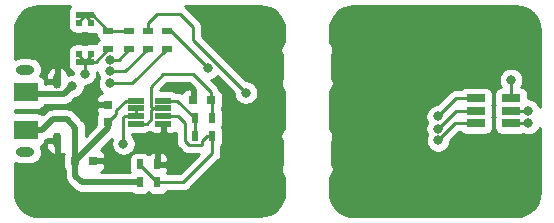
<source format=gbr>
G04 #@! TF.GenerationSoftware,KiCad,Pcbnew,(5.1.9)-1*
G04 #@! TF.CreationDate,2021-02-21T21:01:16-08:00*
G04 #@! TF.ProjectId,AnalogFaderV2,416e616c-6f67-4466-9164-657256322e6b,rev?*
G04 #@! TF.SameCoordinates,Original*
G04 #@! TF.FileFunction,Copper,L2,Bot*
G04 #@! TF.FilePolarity,Positive*
%FSLAX46Y46*%
G04 Gerber Fmt 4.6, Leading zero omitted, Abs format (unit mm)*
G04 Created by KiCad (PCBNEW (5.1.9)-1) date 2021-02-21 21:01:16*
%MOMM*%
%LPD*%
G01*
G04 APERTURE LIST*
G04 #@! TA.AperFunction,ComponentPad*
%ADD10C,3.500001*%
G04 #@! TD*
G04 #@! TA.AperFunction,SMDPad,CuDef*
%ADD11R,0.800000X0.750000*%
G04 #@! TD*
G04 #@! TA.AperFunction,SMDPad,CuDef*
%ADD12R,0.750000X0.800000*%
G04 #@! TD*
G04 #@! TA.AperFunction,SMDPad,CuDef*
%ADD13R,1.600000X0.700000*%
G04 #@! TD*
G04 #@! TA.AperFunction,SMDPad,CuDef*
%ADD14R,0.575000X0.600000*%
G04 #@! TD*
G04 #@! TA.AperFunction,SMDPad,CuDef*
%ADD15R,1.650000X0.600000*%
G04 #@! TD*
G04 #@! TA.AperFunction,SMDPad,CuDef*
%ADD16R,2.030000X1.650000*%
G04 #@! TD*
G04 #@! TA.AperFunction,ComponentPad*
%ADD17O,0.650000X1.300000*%
G04 #@! TD*
G04 #@! TA.AperFunction,ComponentPad*
%ADD18O,1.550000X0.775000*%
G04 #@! TD*
G04 #@! TA.AperFunction,SMDPad,CuDef*
%ADD19R,0.500000X0.900000*%
G04 #@! TD*
G04 #@! TA.AperFunction,SMDPad,CuDef*
%ADD20R,0.900000X0.500000*%
G04 #@! TD*
G04 #@! TA.AperFunction,SMDPad,CuDef*
%ADD21R,1.370000X0.490000*%
G04 #@! TD*
G04 #@! TA.AperFunction,ViaPad*
%ADD22C,0.800000*%
G04 #@! TD*
G04 #@! TA.AperFunction,Conductor*
%ADD23C,0.250000*%
G04 #@! TD*
G04 #@! TA.AperFunction,Conductor*
%ADD24C,0.508000*%
G04 #@! TD*
G04 #@! TA.AperFunction,Conductor*
%ADD25C,0.254000*%
G04 #@! TD*
G04 #@! TA.AperFunction,Conductor*
%ADD26C,0.100000*%
G04 #@! TD*
G04 APERTURE END LIST*
D10*
X149860000Y-59563000D03*
X149860000Y-73596500D03*
X109042200Y-73596500D03*
X109042200Y-59563000D03*
D11*
X122147200Y-65544700D03*
X123647200Y-65544700D03*
D12*
X114947700Y-65899600D03*
X114947700Y-67399600D03*
D11*
X112179100Y-70675500D03*
X113679100Y-70675500D03*
D13*
X146088100Y-67471000D03*
X146088100Y-66421000D03*
X146088100Y-65371000D03*
X149088100Y-67471000D03*
X149088100Y-66421000D03*
X149088100Y-65371000D03*
D14*
X113529400Y-61656500D03*
X112454400Y-61656500D03*
X113529400Y-58956500D03*
D15*
X112991900Y-58356500D03*
X112991900Y-62256500D03*
D14*
X112454400Y-58956500D03*
D16*
X108000800Y-68033900D03*
X108000800Y-64873900D03*
D17*
X110650000Y-63933700D03*
X110650000Y-68933700D03*
D18*
X107950000Y-62933700D03*
X107950000Y-69933700D03*
D19*
X119127400Y-72491600D03*
X117627400Y-72491600D03*
X119127400Y-70967600D03*
X117627400Y-70967600D03*
X122288300Y-68580000D03*
X123788300Y-68580000D03*
X123788300Y-67043300D03*
X122288300Y-67043300D03*
D20*
X119900700Y-61177300D03*
X119900700Y-59677300D03*
X118325900Y-59677300D03*
X118325900Y-61177300D03*
X116763800Y-61177300D03*
X116763800Y-59677300D03*
X114985800Y-59677300D03*
X114985800Y-61177300D03*
D21*
X119615600Y-66210300D03*
X119615600Y-66860300D03*
X119615600Y-67510300D03*
X119615600Y-65560300D03*
X117315600Y-66860300D03*
X117315600Y-66210300D03*
X117315600Y-65560300D03*
X117315600Y-67510300D03*
D22*
X120713500Y-71018400D03*
X115938300Y-71005700D03*
X120319800Y-64414400D03*
X125628400Y-67398900D03*
X128206500Y-69989700D03*
X128625600Y-62509400D03*
X112064800Y-65989200D03*
X142888265Y-68931965D03*
X142862300Y-67932300D03*
X142862300Y-66903600D03*
X150533100Y-67475100D03*
X150495000Y-66421000D03*
X149085300Y-63804800D03*
X111925100Y-64338200D03*
X116255800Y-69215000D03*
X123405900Y-62814200D03*
X126619000Y-64897000D03*
X112979200Y-63271400D03*
X115110862Y-64095574D03*
X115085869Y-63095884D03*
X115092502Y-62095904D03*
D23*
X119615600Y-67510300D02*
X119615600Y-68764800D01*
X120713500Y-69862700D02*
X120713500Y-71018400D01*
X119615600Y-68764800D02*
X120713500Y-69862700D01*
X118750598Y-66210300D02*
X118605599Y-66355299D01*
X119615600Y-66210300D02*
X118750598Y-66210300D01*
X118250600Y-67510300D02*
X117315600Y-67510300D01*
X118605599Y-67155301D02*
X118250600Y-67510300D01*
X118605599Y-66355299D02*
X118605599Y-67155301D01*
X118605599Y-66065301D02*
X118605599Y-64376001D01*
X118750598Y-66210300D02*
X118605599Y-66065301D01*
X118605599Y-64376001D02*
X119634000Y-63347600D01*
X119634000Y-63347600D02*
X122161300Y-63347600D01*
X123647200Y-64833500D02*
X123647200Y-65544700D01*
X122161300Y-63347600D02*
X123647200Y-64833500D01*
X123647200Y-65544700D02*
X123647200Y-65620900D01*
X123788300Y-65762000D02*
X123788300Y-67043300D01*
X123647200Y-65620900D02*
X123788300Y-65762000D01*
D24*
X108000800Y-68033900D02*
X109385100Y-68033900D01*
X109385100Y-68033900D02*
X110299500Y-67119500D01*
X110299500Y-67119500D02*
X111455200Y-67119500D01*
X112179100Y-67843400D02*
X112179100Y-70675500D01*
X111455200Y-67119500D02*
X112179100Y-67843400D01*
X112179100Y-70675500D02*
X112179100Y-71945500D01*
X112725200Y-72491600D02*
X117627400Y-72491600D01*
X112179100Y-71945500D02*
X112725200Y-72491600D01*
X114947700Y-67906900D02*
X112179100Y-70675500D01*
X114947700Y-67399600D02*
X114947700Y-67906900D01*
D23*
X116450598Y-65560300D02*
X117315600Y-65560300D01*
X115647701Y-66363197D02*
X116450598Y-65560300D01*
X115647701Y-66699599D02*
X115647701Y-66363197D01*
X114947700Y-67399600D02*
X115647701Y-66699599D01*
X144349230Y-67471000D02*
X142888265Y-68931965D01*
X146088100Y-67471000D02*
X144349230Y-67471000D01*
X142906602Y-67932300D02*
X142862300Y-67932300D01*
X144417902Y-66421000D02*
X142906602Y-67932300D01*
X146088100Y-66421000D02*
X144417902Y-66421000D01*
X144394900Y-65371000D02*
X142862300Y-66903600D01*
X146088100Y-65371000D02*
X144394900Y-65371000D01*
X149092200Y-67475100D02*
X149088100Y-67471000D01*
X150533100Y-67475100D02*
X149092200Y-67475100D01*
X150495000Y-66421000D02*
X149088100Y-66421000D01*
X149085300Y-65368200D02*
X149088100Y-65371000D01*
X149085300Y-63804800D02*
X149085300Y-65368200D01*
X108035610Y-64908710D02*
X108000800Y-64873900D01*
D24*
X111225590Y-65037710D02*
X111925100Y-64338200D01*
X108164610Y-65037710D02*
X111225590Y-65037710D01*
X108000800Y-64873900D02*
X108164610Y-65037710D01*
D23*
X117315600Y-66860300D02*
X117315600Y-66210300D01*
X116380600Y-66860300D02*
X117315600Y-66860300D01*
X116255800Y-66985100D02*
X116380600Y-66860300D01*
X116255800Y-69215000D02*
X116255800Y-66985100D01*
X120269000Y-59677300D02*
X123405900Y-62814200D01*
X119900700Y-59677300D02*
X120269000Y-59677300D01*
X118325900Y-59677300D02*
X118325900Y-59004200D01*
X118325900Y-59004200D02*
X119100600Y-58229500D01*
X119100600Y-58229500D02*
X121069100Y-58229500D01*
X121069100Y-58229500D02*
X122148600Y-59309000D01*
X122148600Y-60426600D02*
X126619000Y-64897000D01*
X122148600Y-59309000D02*
X122148600Y-60426600D01*
X113529400Y-61719000D02*
X112991900Y-62256500D01*
X113529400Y-61656500D02*
X113529400Y-61719000D01*
X112454400Y-61719000D02*
X112991900Y-62256500D01*
X112454400Y-61656500D02*
X112454400Y-61719000D01*
X113906600Y-62256500D02*
X114985800Y-61177300D01*
X112991900Y-62256500D02*
X113906600Y-62256500D01*
X112991900Y-63258700D02*
X112979200Y-63271400D01*
X112991900Y-62256500D02*
X112991900Y-63258700D01*
X117627400Y-70991600D02*
X119127400Y-72491600D01*
X117627400Y-70967600D02*
X117627400Y-70991600D01*
X123788300Y-68580000D02*
X123788300Y-70026400D01*
X121323100Y-72491600D02*
X119127400Y-72491600D01*
X123788300Y-70026400D02*
X121323100Y-72491600D01*
X123788300Y-68580000D02*
X123291600Y-68580000D01*
X121778299Y-69355001D02*
X121437400Y-69014102D01*
X122798301Y-69355001D02*
X121778299Y-69355001D01*
X122863301Y-69290001D02*
X122798301Y-69355001D01*
X122863301Y-69008299D02*
X122863301Y-69290001D01*
X123291600Y-68580000D02*
X122863301Y-69008299D01*
X121437400Y-69014102D02*
X121437400Y-67424300D01*
X120873400Y-66860300D02*
X119615600Y-66860300D01*
X121437400Y-67424300D02*
X120873400Y-66860300D01*
X122288300Y-67043300D02*
X122288300Y-68580000D01*
X120805300Y-65560300D02*
X119615600Y-65560300D01*
X122288300Y-67043300D02*
X120805300Y-65560300D01*
X116982426Y-64095574D02*
X115110862Y-64095574D01*
X119900700Y-61177300D02*
X116982426Y-64095574D01*
X116407316Y-63095884D02*
X115085869Y-63095884D01*
X118325900Y-61177300D02*
X116407316Y-63095884D01*
X115845196Y-62095904D02*
X115092502Y-62095904D01*
X116763800Y-61177300D02*
X115845196Y-62095904D01*
X113665000Y-58356500D02*
X114985800Y-59677300D01*
X112991900Y-58356500D02*
X113665000Y-58356500D01*
X113529400Y-58894000D02*
X112991900Y-58356500D01*
X113529400Y-58956500D02*
X113529400Y-58894000D01*
X112454400Y-58894000D02*
X112991900Y-58356500D01*
X112454400Y-58956500D02*
X112454400Y-58894000D01*
X114985800Y-59677300D02*
X114985800Y-59601100D01*
X114985800Y-59677300D02*
X116763800Y-59677300D01*
D25*
X149878447Y-57622486D02*
X150250462Y-57734803D01*
X150593574Y-57917239D01*
X150894724Y-58162851D01*
X151142424Y-58462269D01*
X151327255Y-58804108D01*
X151442166Y-59175326D01*
X151486001Y-59592391D01*
X151486001Y-66108901D01*
X151412205Y-65930744D01*
X151298937Y-65761226D01*
X151154774Y-65617063D01*
X150985256Y-65503795D01*
X150796898Y-65425774D01*
X150596939Y-65386000D01*
X150526172Y-65386000D01*
X150526172Y-65021000D01*
X150513912Y-64896518D01*
X150477602Y-64776820D01*
X150418637Y-64666506D01*
X150339285Y-64569815D01*
X150242594Y-64490463D01*
X150132280Y-64431498D01*
X150012582Y-64395188D01*
X149940352Y-64388074D01*
X150002505Y-64295056D01*
X150080526Y-64106698D01*
X150120300Y-63906739D01*
X150120300Y-63702861D01*
X150080526Y-63502902D01*
X150002505Y-63314544D01*
X149889237Y-63145026D01*
X149745074Y-63000863D01*
X149575556Y-62887595D01*
X149387198Y-62809574D01*
X149187239Y-62769800D01*
X148983361Y-62769800D01*
X148783402Y-62809574D01*
X148595044Y-62887595D01*
X148425526Y-63000863D01*
X148281363Y-63145026D01*
X148168095Y-63314544D01*
X148090074Y-63502902D01*
X148050300Y-63702861D01*
X148050300Y-63906739D01*
X148090074Y-64106698D01*
X148168095Y-64295056D01*
X148230593Y-64388592D01*
X148163618Y-64395188D01*
X148043920Y-64431498D01*
X147933606Y-64490463D01*
X147836915Y-64569815D01*
X147757563Y-64666506D01*
X147698598Y-64776820D01*
X147662288Y-64896518D01*
X147650028Y-65021000D01*
X147650028Y-65721000D01*
X147662288Y-65845482D01*
X147677612Y-65896000D01*
X147662288Y-65946518D01*
X147650028Y-66071000D01*
X147650028Y-66771000D01*
X147662288Y-66895482D01*
X147677612Y-66946000D01*
X147662288Y-66996518D01*
X147650028Y-67121000D01*
X147650028Y-67821000D01*
X147662288Y-67945482D01*
X147698598Y-68065180D01*
X147757563Y-68175494D01*
X147836915Y-68272185D01*
X147933606Y-68351537D01*
X148043920Y-68410502D01*
X148163618Y-68446812D01*
X148288100Y-68459072D01*
X149888100Y-68459072D01*
X150012582Y-68446812D01*
X150106012Y-68418470D01*
X150231202Y-68470326D01*
X150431161Y-68510100D01*
X150635039Y-68510100D01*
X150834998Y-68470326D01*
X151023356Y-68392305D01*
X151192874Y-68279037D01*
X151337037Y-68134874D01*
X151450305Y-67965356D01*
X151486000Y-67879180D01*
X151486000Y-73322921D01*
X151444914Y-73741946D01*
X151332597Y-74113962D01*
X151150159Y-74457076D01*
X150904549Y-74758224D01*
X150605131Y-75005924D01*
X150263294Y-75190755D01*
X149892078Y-75305666D01*
X149475018Y-75349500D01*
X135744479Y-75349500D01*
X135325454Y-75308414D01*
X134953438Y-75196097D01*
X134610324Y-75013659D01*
X134309176Y-74768049D01*
X134061476Y-74468631D01*
X133876645Y-74126794D01*
X133761734Y-73755578D01*
X133717900Y-73338518D01*
X133717900Y-72141681D01*
X133714626Y-72108439D01*
X133714626Y-72091963D01*
X133713663Y-72082798D01*
X133713455Y-72080940D01*
X133723655Y-72074124D01*
X133846924Y-71950855D01*
X133943777Y-71805905D01*
X134010490Y-71644845D01*
X134044500Y-71473865D01*
X134044500Y-71299535D01*
X134010490Y-71128555D01*
X133943777Y-70967495D01*
X133915598Y-70925322D01*
X133942900Y-70788065D01*
X133942900Y-70613735D01*
X133908890Y-70442755D01*
X133871153Y-70351650D01*
X133908890Y-70260545D01*
X133942900Y-70089565D01*
X133942900Y-69915235D01*
X133908890Y-69744255D01*
X133871153Y-69653150D01*
X133908890Y-69562045D01*
X133942900Y-69391065D01*
X133942900Y-69216735D01*
X133910738Y-69055045D01*
X133931077Y-69024605D01*
X133997790Y-68863545D01*
X134031800Y-68692565D01*
X134031800Y-68518235D01*
X133997790Y-68347255D01*
X133931077Y-68186195D01*
X133834224Y-68041245D01*
X133711235Y-67918256D01*
X133714750Y-67882405D01*
X133714750Y-67882402D01*
X133717900Y-67850419D01*
X133717900Y-66801661D01*
X141827300Y-66801661D01*
X141827300Y-67005539D01*
X141867074Y-67205498D01*
X141945095Y-67393856D01*
X141961194Y-67417950D01*
X141945095Y-67442044D01*
X141867074Y-67630402D01*
X141827300Y-67830361D01*
X141827300Y-68034239D01*
X141867074Y-68234198D01*
X141945095Y-68422556D01*
X141966021Y-68453874D01*
X141893039Y-68630067D01*
X141853265Y-68830026D01*
X141853265Y-69033904D01*
X141893039Y-69233863D01*
X141971060Y-69422221D01*
X142084328Y-69591739D01*
X142228491Y-69735902D01*
X142398009Y-69849170D01*
X142586367Y-69927191D01*
X142786326Y-69966965D01*
X142990204Y-69966965D01*
X143190163Y-69927191D01*
X143378521Y-69849170D01*
X143548039Y-69735902D01*
X143692202Y-69591739D01*
X143805470Y-69422221D01*
X143883491Y-69233863D01*
X143923265Y-69033904D01*
X143923265Y-68971766D01*
X144664032Y-68231000D01*
X144803115Y-68231000D01*
X144836915Y-68272185D01*
X144933606Y-68351537D01*
X145043920Y-68410502D01*
X145163618Y-68446812D01*
X145288100Y-68459072D01*
X146888100Y-68459072D01*
X147012582Y-68446812D01*
X147132280Y-68410502D01*
X147242594Y-68351537D01*
X147339285Y-68272185D01*
X147418637Y-68175494D01*
X147477602Y-68065180D01*
X147513912Y-67945482D01*
X147526172Y-67821000D01*
X147526172Y-67121000D01*
X147513912Y-66996518D01*
X147498588Y-66946000D01*
X147513912Y-66895482D01*
X147526172Y-66771000D01*
X147526172Y-66071000D01*
X147513912Y-65946518D01*
X147498588Y-65896000D01*
X147513912Y-65845482D01*
X147526172Y-65721000D01*
X147526172Y-65021000D01*
X147513912Y-64896518D01*
X147477602Y-64776820D01*
X147418637Y-64666506D01*
X147339285Y-64569815D01*
X147242594Y-64490463D01*
X147132280Y-64431498D01*
X147012582Y-64395188D01*
X146888100Y-64382928D01*
X145288100Y-64382928D01*
X145163618Y-64395188D01*
X145043920Y-64431498D01*
X144933606Y-64490463D01*
X144836915Y-64569815D01*
X144803115Y-64611000D01*
X144432225Y-64611000D01*
X144394900Y-64607324D01*
X144357575Y-64611000D01*
X144357567Y-64611000D01*
X144245914Y-64621997D01*
X144102653Y-64665454D01*
X143970624Y-64736026D01*
X143854899Y-64830999D01*
X143831101Y-64859997D01*
X142822499Y-65868600D01*
X142760361Y-65868600D01*
X142560402Y-65908374D01*
X142372044Y-65986395D01*
X142202526Y-66099663D01*
X142058363Y-66243826D01*
X141945095Y-66413344D01*
X141867074Y-66601702D01*
X141827300Y-66801661D01*
X133717900Y-66801661D01*
X133717900Y-64940781D01*
X133714626Y-64907539D01*
X133714626Y-64891063D01*
X133713663Y-64881898D01*
X133702853Y-64785524D01*
X133723655Y-64771624D01*
X133846924Y-64648355D01*
X133943777Y-64503405D01*
X134010490Y-64342345D01*
X134044500Y-64171365D01*
X134044500Y-63997035D01*
X134010490Y-63826055D01*
X133943777Y-63664995D01*
X133915598Y-63622822D01*
X133942900Y-63485565D01*
X133942900Y-63311235D01*
X133908890Y-63140255D01*
X133871153Y-63049150D01*
X133908890Y-62958045D01*
X133942900Y-62787065D01*
X133942900Y-62612735D01*
X133908890Y-62441755D01*
X133871153Y-62350650D01*
X133908890Y-62259545D01*
X133942900Y-62088565D01*
X133942900Y-61914235D01*
X133910738Y-61752545D01*
X133931077Y-61722105D01*
X133997790Y-61561045D01*
X134031800Y-61390065D01*
X134031800Y-61215735D01*
X133997790Y-61044755D01*
X133931077Y-60883695D01*
X133834224Y-60738745D01*
X133711235Y-60615756D01*
X133714750Y-60579905D01*
X133714750Y-60579902D01*
X133717900Y-60547919D01*
X133717900Y-59607979D01*
X133758986Y-59188953D01*
X133871303Y-58816938D01*
X134053739Y-58473826D01*
X134299351Y-58172676D01*
X134598769Y-57924976D01*
X134940608Y-57740145D01*
X135311826Y-57625234D01*
X135728882Y-57581400D01*
X149459421Y-57581400D01*
X149878447Y-57622486D01*
G04 #@! TA.AperFunction,Conductor*
D26*
G36*
X149878447Y-57622486D02*
G01*
X150250462Y-57734803D01*
X150593574Y-57917239D01*
X150894724Y-58162851D01*
X151142424Y-58462269D01*
X151327255Y-58804108D01*
X151442166Y-59175326D01*
X151486001Y-59592391D01*
X151486001Y-66108901D01*
X151412205Y-65930744D01*
X151298937Y-65761226D01*
X151154774Y-65617063D01*
X150985256Y-65503795D01*
X150796898Y-65425774D01*
X150596939Y-65386000D01*
X150526172Y-65386000D01*
X150526172Y-65021000D01*
X150513912Y-64896518D01*
X150477602Y-64776820D01*
X150418637Y-64666506D01*
X150339285Y-64569815D01*
X150242594Y-64490463D01*
X150132280Y-64431498D01*
X150012582Y-64395188D01*
X149940352Y-64388074D01*
X150002505Y-64295056D01*
X150080526Y-64106698D01*
X150120300Y-63906739D01*
X150120300Y-63702861D01*
X150080526Y-63502902D01*
X150002505Y-63314544D01*
X149889237Y-63145026D01*
X149745074Y-63000863D01*
X149575556Y-62887595D01*
X149387198Y-62809574D01*
X149187239Y-62769800D01*
X148983361Y-62769800D01*
X148783402Y-62809574D01*
X148595044Y-62887595D01*
X148425526Y-63000863D01*
X148281363Y-63145026D01*
X148168095Y-63314544D01*
X148090074Y-63502902D01*
X148050300Y-63702861D01*
X148050300Y-63906739D01*
X148090074Y-64106698D01*
X148168095Y-64295056D01*
X148230593Y-64388592D01*
X148163618Y-64395188D01*
X148043920Y-64431498D01*
X147933606Y-64490463D01*
X147836915Y-64569815D01*
X147757563Y-64666506D01*
X147698598Y-64776820D01*
X147662288Y-64896518D01*
X147650028Y-65021000D01*
X147650028Y-65721000D01*
X147662288Y-65845482D01*
X147677612Y-65896000D01*
X147662288Y-65946518D01*
X147650028Y-66071000D01*
X147650028Y-66771000D01*
X147662288Y-66895482D01*
X147677612Y-66946000D01*
X147662288Y-66996518D01*
X147650028Y-67121000D01*
X147650028Y-67821000D01*
X147662288Y-67945482D01*
X147698598Y-68065180D01*
X147757563Y-68175494D01*
X147836915Y-68272185D01*
X147933606Y-68351537D01*
X148043920Y-68410502D01*
X148163618Y-68446812D01*
X148288100Y-68459072D01*
X149888100Y-68459072D01*
X150012582Y-68446812D01*
X150106012Y-68418470D01*
X150231202Y-68470326D01*
X150431161Y-68510100D01*
X150635039Y-68510100D01*
X150834998Y-68470326D01*
X151023356Y-68392305D01*
X151192874Y-68279037D01*
X151337037Y-68134874D01*
X151450305Y-67965356D01*
X151486000Y-67879180D01*
X151486000Y-73322921D01*
X151444914Y-73741946D01*
X151332597Y-74113962D01*
X151150159Y-74457076D01*
X150904549Y-74758224D01*
X150605131Y-75005924D01*
X150263294Y-75190755D01*
X149892078Y-75305666D01*
X149475018Y-75349500D01*
X135744479Y-75349500D01*
X135325454Y-75308414D01*
X134953438Y-75196097D01*
X134610324Y-75013659D01*
X134309176Y-74768049D01*
X134061476Y-74468631D01*
X133876645Y-74126794D01*
X133761734Y-73755578D01*
X133717900Y-73338518D01*
X133717900Y-72141681D01*
X133714626Y-72108439D01*
X133714626Y-72091963D01*
X133713663Y-72082798D01*
X133713455Y-72080940D01*
X133723655Y-72074124D01*
X133846924Y-71950855D01*
X133943777Y-71805905D01*
X134010490Y-71644845D01*
X134044500Y-71473865D01*
X134044500Y-71299535D01*
X134010490Y-71128555D01*
X133943777Y-70967495D01*
X133915598Y-70925322D01*
X133942900Y-70788065D01*
X133942900Y-70613735D01*
X133908890Y-70442755D01*
X133871153Y-70351650D01*
X133908890Y-70260545D01*
X133942900Y-70089565D01*
X133942900Y-69915235D01*
X133908890Y-69744255D01*
X133871153Y-69653150D01*
X133908890Y-69562045D01*
X133942900Y-69391065D01*
X133942900Y-69216735D01*
X133910738Y-69055045D01*
X133931077Y-69024605D01*
X133997790Y-68863545D01*
X134031800Y-68692565D01*
X134031800Y-68518235D01*
X133997790Y-68347255D01*
X133931077Y-68186195D01*
X133834224Y-68041245D01*
X133711235Y-67918256D01*
X133714750Y-67882405D01*
X133714750Y-67882402D01*
X133717900Y-67850419D01*
X133717900Y-66801661D01*
X141827300Y-66801661D01*
X141827300Y-67005539D01*
X141867074Y-67205498D01*
X141945095Y-67393856D01*
X141961194Y-67417950D01*
X141945095Y-67442044D01*
X141867074Y-67630402D01*
X141827300Y-67830361D01*
X141827300Y-68034239D01*
X141867074Y-68234198D01*
X141945095Y-68422556D01*
X141966021Y-68453874D01*
X141893039Y-68630067D01*
X141853265Y-68830026D01*
X141853265Y-69033904D01*
X141893039Y-69233863D01*
X141971060Y-69422221D01*
X142084328Y-69591739D01*
X142228491Y-69735902D01*
X142398009Y-69849170D01*
X142586367Y-69927191D01*
X142786326Y-69966965D01*
X142990204Y-69966965D01*
X143190163Y-69927191D01*
X143378521Y-69849170D01*
X143548039Y-69735902D01*
X143692202Y-69591739D01*
X143805470Y-69422221D01*
X143883491Y-69233863D01*
X143923265Y-69033904D01*
X143923265Y-68971766D01*
X144664032Y-68231000D01*
X144803115Y-68231000D01*
X144836915Y-68272185D01*
X144933606Y-68351537D01*
X145043920Y-68410502D01*
X145163618Y-68446812D01*
X145288100Y-68459072D01*
X146888100Y-68459072D01*
X147012582Y-68446812D01*
X147132280Y-68410502D01*
X147242594Y-68351537D01*
X147339285Y-68272185D01*
X147418637Y-68175494D01*
X147477602Y-68065180D01*
X147513912Y-67945482D01*
X147526172Y-67821000D01*
X147526172Y-67121000D01*
X147513912Y-66996518D01*
X147498588Y-66946000D01*
X147513912Y-66895482D01*
X147526172Y-66771000D01*
X147526172Y-66071000D01*
X147513912Y-65946518D01*
X147498588Y-65896000D01*
X147513912Y-65845482D01*
X147526172Y-65721000D01*
X147526172Y-65021000D01*
X147513912Y-64896518D01*
X147477602Y-64776820D01*
X147418637Y-64666506D01*
X147339285Y-64569815D01*
X147242594Y-64490463D01*
X147132280Y-64431498D01*
X147012582Y-64395188D01*
X146888100Y-64382928D01*
X145288100Y-64382928D01*
X145163618Y-64395188D01*
X145043920Y-64431498D01*
X144933606Y-64490463D01*
X144836915Y-64569815D01*
X144803115Y-64611000D01*
X144432225Y-64611000D01*
X144394900Y-64607324D01*
X144357575Y-64611000D01*
X144357567Y-64611000D01*
X144245914Y-64621997D01*
X144102653Y-64665454D01*
X143970624Y-64736026D01*
X143854899Y-64830999D01*
X143831101Y-64859997D01*
X142822499Y-65868600D01*
X142760361Y-65868600D01*
X142560402Y-65908374D01*
X142372044Y-65986395D01*
X142202526Y-66099663D01*
X142058363Y-66243826D01*
X141945095Y-66413344D01*
X141867074Y-66601702D01*
X141827300Y-66801661D01*
X133717900Y-66801661D01*
X133717900Y-64940781D01*
X133714626Y-64907539D01*
X133714626Y-64891063D01*
X133713663Y-64881898D01*
X133702853Y-64785524D01*
X133723655Y-64771624D01*
X133846924Y-64648355D01*
X133943777Y-64503405D01*
X134010490Y-64342345D01*
X134044500Y-64171365D01*
X134044500Y-63997035D01*
X134010490Y-63826055D01*
X133943777Y-63664995D01*
X133915598Y-63622822D01*
X133942900Y-63485565D01*
X133942900Y-63311235D01*
X133908890Y-63140255D01*
X133871153Y-63049150D01*
X133908890Y-62958045D01*
X133942900Y-62787065D01*
X133942900Y-62612735D01*
X133908890Y-62441755D01*
X133871153Y-62350650D01*
X133908890Y-62259545D01*
X133942900Y-62088565D01*
X133942900Y-61914235D01*
X133910738Y-61752545D01*
X133931077Y-61722105D01*
X133997790Y-61561045D01*
X134031800Y-61390065D01*
X134031800Y-61215735D01*
X133997790Y-61044755D01*
X133931077Y-60883695D01*
X133834224Y-60738745D01*
X133711235Y-60615756D01*
X133714750Y-60579905D01*
X133714750Y-60579902D01*
X133717900Y-60547919D01*
X133717900Y-59607979D01*
X133758986Y-59188953D01*
X133871303Y-58816938D01*
X134053739Y-58473826D01*
X134299351Y-58172676D01*
X134598769Y-57924976D01*
X134940608Y-57740145D01*
X135311826Y-57625234D01*
X135728882Y-57581400D01*
X149459421Y-57581400D01*
X149878447Y-57622486D01*
G37*
G04 #@! TD.AperFunction*
D25*
X128250347Y-57609786D02*
X128622362Y-57722103D01*
X128965474Y-57904539D01*
X129266624Y-58150151D01*
X129514324Y-58449569D01*
X129699155Y-58791408D01*
X129814066Y-59162626D01*
X129857900Y-59579682D01*
X129857901Y-60547919D01*
X129861174Y-60581151D01*
X129861174Y-60597637D01*
X129862012Y-60605609D01*
X129741576Y-60726045D01*
X129644723Y-60870995D01*
X129578010Y-61032055D01*
X129544000Y-61203035D01*
X129544000Y-61377365D01*
X129578010Y-61548345D01*
X129644723Y-61709405D01*
X129672902Y-61751578D01*
X129645600Y-61888835D01*
X129645600Y-62063165D01*
X129679610Y-62234145D01*
X129717347Y-62325250D01*
X129679610Y-62416355D01*
X129645600Y-62587335D01*
X129645600Y-62761665D01*
X129679610Y-62932645D01*
X129717347Y-63023750D01*
X129679610Y-63114855D01*
X129645600Y-63285835D01*
X129645600Y-63460165D01*
X129677762Y-63621855D01*
X129657423Y-63652295D01*
X129590710Y-63813355D01*
X129556700Y-63984335D01*
X129556700Y-64158665D01*
X129590710Y-64329645D01*
X129657423Y-64490705D01*
X129754276Y-64635655D01*
X129875906Y-64757285D01*
X129861050Y-64908795D01*
X129861050Y-64908808D01*
X129857901Y-64940781D01*
X129857900Y-67850418D01*
X129861174Y-67883660D01*
X129861174Y-67900137D01*
X129862012Y-67908109D01*
X129741576Y-68028545D01*
X129644723Y-68173495D01*
X129578010Y-68334555D01*
X129544000Y-68505535D01*
X129544000Y-68679865D01*
X129578010Y-68850845D01*
X129644723Y-69011905D01*
X129672902Y-69054078D01*
X129645600Y-69191335D01*
X129645600Y-69365665D01*
X129679610Y-69536645D01*
X129717347Y-69627750D01*
X129679610Y-69718855D01*
X129645600Y-69889835D01*
X129645600Y-70064165D01*
X129679610Y-70235145D01*
X129717347Y-70326250D01*
X129679610Y-70417355D01*
X129645600Y-70588335D01*
X129645600Y-70762665D01*
X129677762Y-70924355D01*
X129657423Y-70954795D01*
X129590710Y-71115855D01*
X129556700Y-71286835D01*
X129556700Y-71461165D01*
X129590710Y-71632145D01*
X129657423Y-71793205D01*
X129754276Y-71938155D01*
X129866833Y-72050712D01*
X129861050Y-72109695D01*
X129861050Y-72109708D01*
X129857901Y-72141681D01*
X129857900Y-73310220D01*
X129816814Y-73729246D01*
X129704497Y-74101262D01*
X129522059Y-74444376D01*
X129276449Y-74745524D01*
X128977031Y-74993224D01*
X128635194Y-75178055D01*
X128263978Y-75292966D01*
X127846918Y-75336800D01*
X109074479Y-75336800D01*
X108655454Y-75295714D01*
X108283438Y-75183397D01*
X107940324Y-75000959D01*
X107639176Y-74755349D01*
X107391476Y-74455931D01*
X107206645Y-74114094D01*
X107091734Y-73742878D01*
X107047900Y-73325818D01*
X107047900Y-70818041D01*
X107169313Y-70882937D01*
X107362055Y-70941405D01*
X107512272Y-70956200D01*
X108387728Y-70956200D01*
X108537945Y-70941405D01*
X108730687Y-70882937D01*
X108908319Y-70787991D01*
X109064015Y-70660215D01*
X109191791Y-70504519D01*
X109286737Y-70326887D01*
X109345205Y-70134145D01*
X109364947Y-69933700D01*
X109345205Y-69733255D01*
X109286737Y-69540513D01*
X109240639Y-69454269D01*
X109259980Y-69448402D01*
X109370294Y-69389437D01*
X109466985Y-69310085D01*
X109546337Y-69213394D01*
X109605302Y-69103080D01*
X109618157Y-69060700D01*
X109690000Y-69060700D01*
X109690000Y-69385700D01*
X109733223Y-69570546D01*
X109811677Y-69743408D01*
X109922347Y-69897643D01*
X110060980Y-70027324D01*
X110222249Y-70127467D01*
X110375706Y-70178680D01*
X110523000Y-70049821D01*
X110523000Y-69060700D01*
X109690000Y-69060700D01*
X109618157Y-69060700D01*
X109641612Y-68983382D01*
X109651591Y-68882063D01*
X109726951Y-68859203D01*
X109825177Y-68806700D01*
X110523000Y-68806700D01*
X110523000Y-68786700D01*
X110777000Y-68786700D01*
X110777000Y-68806700D01*
X110797000Y-68806700D01*
X110797000Y-69060700D01*
X110777000Y-69060700D01*
X110777000Y-70049821D01*
X110924294Y-70178680D01*
X111077751Y-70127467D01*
X111188965Y-70058407D01*
X111153288Y-70176018D01*
X111141028Y-70300500D01*
X111141028Y-71050500D01*
X111153288Y-71174982D01*
X111189598Y-71294680D01*
X111248563Y-71404994D01*
X111290101Y-71455608D01*
X111290101Y-71901831D01*
X111285800Y-71945500D01*
X111302964Y-72119774D01*
X111353798Y-72287352D01*
X111436348Y-72441791D01*
X111519572Y-72543199D01*
X111547442Y-72577159D01*
X111581359Y-72604994D01*
X112065701Y-73089336D01*
X112093541Y-73123259D01*
X112228909Y-73234353D01*
X112383349Y-73316903D01*
X112444986Y-73335600D01*
X112550925Y-73367736D01*
X112569273Y-73369543D01*
X112681533Y-73380600D01*
X112681539Y-73380600D01*
X112725199Y-73384900D01*
X112768859Y-73380600D01*
X116916215Y-73380600D01*
X116926215Y-73392785D01*
X117022906Y-73472137D01*
X117133220Y-73531102D01*
X117252918Y-73567412D01*
X117377400Y-73579672D01*
X117877400Y-73579672D01*
X118001882Y-73567412D01*
X118121580Y-73531102D01*
X118231894Y-73472137D01*
X118328585Y-73392785D01*
X118377400Y-73333304D01*
X118426215Y-73392785D01*
X118522906Y-73472137D01*
X118633220Y-73531102D01*
X118752918Y-73567412D01*
X118877400Y-73579672D01*
X119377400Y-73579672D01*
X119501882Y-73567412D01*
X119621580Y-73531102D01*
X119731894Y-73472137D01*
X119828585Y-73392785D01*
X119907937Y-73296094D01*
X119931720Y-73251600D01*
X121285778Y-73251600D01*
X121323100Y-73255276D01*
X121360422Y-73251600D01*
X121360433Y-73251600D01*
X121472086Y-73240603D01*
X121615347Y-73197146D01*
X121747376Y-73126574D01*
X121863101Y-73031601D01*
X121886904Y-73002597D01*
X124299303Y-70590199D01*
X124328301Y-70566401D01*
X124423274Y-70450676D01*
X124493846Y-70318647D01*
X124537303Y-70175386D01*
X124548300Y-70063733D01*
X124548300Y-70063724D01*
X124551976Y-70026401D01*
X124548300Y-69989078D01*
X124548300Y-69409518D01*
X124568837Y-69384494D01*
X124627802Y-69274180D01*
X124664112Y-69154482D01*
X124676372Y-69030000D01*
X124676372Y-68130000D01*
X124664112Y-68005518D01*
X124627802Y-67885820D01*
X124588157Y-67811650D01*
X124627802Y-67737480D01*
X124664112Y-67617782D01*
X124676372Y-67493300D01*
X124676372Y-66593300D01*
X124664112Y-66468818D01*
X124627802Y-66349120D01*
X124582745Y-66264825D01*
X124636702Y-66163880D01*
X124673012Y-66044182D01*
X124685272Y-65919700D01*
X124685272Y-65169700D01*
X124673012Y-65045218D01*
X124636702Y-64925520D01*
X124577737Y-64815206D01*
X124498385Y-64718515D01*
X124401694Y-64639163D01*
X124378721Y-64626884D01*
X124352746Y-64541253D01*
X124328239Y-64495404D01*
X124282174Y-64409223D01*
X124210999Y-64322497D01*
X124187201Y-64293499D01*
X124158204Y-64269702D01*
X123699565Y-63811064D01*
X123707798Y-63809426D01*
X123896156Y-63731405D01*
X124065674Y-63618137D01*
X124165505Y-63518306D01*
X125584000Y-64936802D01*
X125584000Y-64998939D01*
X125623774Y-65198898D01*
X125701795Y-65387256D01*
X125815063Y-65556774D01*
X125959226Y-65700937D01*
X126128744Y-65814205D01*
X126317102Y-65892226D01*
X126517061Y-65932000D01*
X126720939Y-65932000D01*
X126920898Y-65892226D01*
X127109256Y-65814205D01*
X127278774Y-65700937D01*
X127422937Y-65556774D01*
X127536205Y-65387256D01*
X127614226Y-65198898D01*
X127654000Y-64998939D01*
X127654000Y-64795061D01*
X127614226Y-64595102D01*
X127536205Y-64406744D01*
X127422937Y-64237226D01*
X127278774Y-64093063D01*
X127109256Y-63979795D01*
X126920898Y-63901774D01*
X126720939Y-63862000D01*
X126658802Y-63862000D01*
X122908600Y-60111799D01*
X122908600Y-59346333D01*
X122912277Y-59309000D01*
X122897603Y-59160014D01*
X122854146Y-59016753D01*
X122783574Y-58884724D01*
X122712399Y-58797997D01*
X122688601Y-58768999D01*
X122659604Y-58745202D01*
X121632904Y-57718502D01*
X121609101Y-57689499D01*
X121493376Y-57594526D01*
X121445060Y-57568700D01*
X127831321Y-57568700D01*
X128250347Y-57609786D01*
G04 #@! TA.AperFunction,Conductor*
D26*
G36*
X128250347Y-57609786D02*
G01*
X128622362Y-57722103D01*
X128965474Y-57904539D01*
X129266624Y-58150151D01*
X129514324Y-58449569D01*
X129699155Y-58791408D01*
X129814066Y-59162626D01*
X129857900Y-59579682D01*
X129857901Y-60547919D01*
X129861174Y-60581151D01*
X129861174Y-60597637D01*
X129862012Y-60605609D01*
X129741576Y-60726045D01*
X129644723Y-60870995D01*
X129578010Y-61032055D01*
X129544000Y-61203035D01*
X129544000Y-61377365D01*
X129578010Y-61548345D01*
X129644723Y-61709405D01*
X129672902Y-61751578D01*
X129645600Y-61888835D01*
X129645600Y-62063165D01*
X129679610Y-62234145D01*
X129717347Y-62325250D01*
X129679610Y-62416355D01*
X129645600Y-62587335D01*
X129645600Y-62761665D01*
X129679610Y-62932645D01*
X129717347Y-63023750D01*
X129679610Y-63114855D01*
X129645600Y-63285835D01*
X129645600Y-63460165D01*
X129677762Y-63621855D01*
X129657423Y-63652295D01*
X129590710Y-63813355D01*
X129556700Y-63984335D01*
X129556700Y-64158665D01*
X129590710Y-64329645D01*
X129657423Y-64490705D01*
X129754276Y-64635655D01*
X129875906Y-64757285D01*
X129861050Y-64908795D01*
X129861050Y-64908808D01*
X129857901Y-64940781D01*
X129857900Y-67850418D01*
X129861174Y-67883660D01*
X129861174Y-67900137D01*
X129862012Y-67908109D01*
X129741576Y-68028545D01*
X129644723Y-68173495D01*
X129578010Y-68334555D01*
X129544000Y-68505535D01*
X129544000Y-68679865D01*
X129578010Y-68850845D01*
X129644723Y-69011905D01*
X129672902Y-69054078D01*
X129645600Y-69191335D01*
X129645600Y-69365665D01*
X129679610Y-69536645D01*
X129717347Y-69627750D01*
X129679610Y-69718855D01*
X129645600Y-69889835D01*
X129645600Y-70064165D01*
X129679610Y-70235145D01*
X129717347Y-70326250D01*
X129679610Y-70417355D01*
X129645600Y-70588335D01*
X129645600Y-70762665D01*
X129677762Y-70924355D01*
X129657423Y-70954795D01*
X129590710Y-71115855D01*
X129556700Y-71286835D01*
X129556700Y-71461165D01*
X129590710Y-71632145D01*
X129657423Y-71793205D01*
X129754276Y-71938155D01*
X129866833Y-72050712D01*
X129861050Y-72109695D01*
X129861050Y-72109708D01*
X129857901Y-72141681D01*
X129857900Y-73310220D01*
X129816814Y-73729246D01*
X129704497Y-74101262D01*
X129522059Y-74444376D01*
X129276449Y-74745524D01*
X128977031Y-74993224D01*
X128635194Y-75178055D01*
X128263978Y-75292966D01*
X127846918Y-75336800D01*
X109074479Y-75336800D01*
X108655454Y-75295714D01*
X108283438Y-75183397D01*
X107940324Y-75000959D01*
X107639176Y-74755349D01*
X107391476Y-74455931D01*
X107206645Y-74114094D01*
X107091734Y-73742878D01*
X107047900Y-73325818D01*
X107047900Y-70818041D01*
X107169313Y-70882937D01*
X107362055Y-70941405D01*
X107512272Y-70956200D01*
X108387728Y-70956200D01*
X108537945Y-70941405D01*
X108730687Y-70882937D01*
X108908319Y-70787991D01*
X109064015Y-70660215D01*
X109191791Y-70504519D01*
X109286737Y-70326887D01*
X109345205Y-70134145D01*
X109364947Y-69933700D01*
X109345205Y-69733255D01*
X109286737Y-69540513D01*
X109240639Y-69454269D01*
X109259980Y-69448402D01*
X109370294Y-69389437D01*
X109466985Y-69310085D01*
X109546337Y-69213394D01*
X109605302Y-69103080D01*
X109618157Y-69060700D01*
X109690000Y-69060700D01*
X109690000Y-69385700D01*
X109733223Y-69570546D01*
X109811677Y-69743408D01*
X109922347Y-69897643D01*
X110060980Y-70027324D01*
X110222249Y-70127467D01*
X110375706Y-70178680D01*
X110523000Y-70049821D01*
X110523000Y-69060700D01*
X109690000Y-69060700D01*
X109618157Y-69060700D01*
X109641612Y-68983382D01*
X109651591Y-68882063D01*
X109726951Y-68859203D01*
X109825177Y-68806700D01*
X110523000Y-68806700D01*
X110523000Y-68786700D01*
X110777000Y-68786700D01*
X110777000Y-68806700D01*
X110797000Y-68806700D01*
X110797000Y-69060700D01*
X110777000Y-69060700D01*
X110777000Y-70049821D01*
X110924294Y-70178680D01*
X111077751Y-70127467D01*
X111188965Y-70058407D01*
X111153288Y-70176018D01*
X111141028Y-70300500D01*
X111141028Y-71050500D01*
X111153288Y-71174982D01*
X111189598Y-71294680D01*
X111248563Y-71404994D01*
X111290101Y-71455608D01*
X111290101Y-71901831D01*
X111285800Y-71945500D01*
X111302964Y-72119774D01*
X111353798Y-72287352D01*
X111436348Y-72441791D01*
X111519572Y-72543199D01*
X111547442Y-72577159D01*
X111581359Y-72604994D01*
X112065701Y-73089336D01*
X112093541Y-73123259D01*
X112228909Y-73234353D01*
X112383349Y-73316903D01*
X112444986Y-73335600D01*
X112550925Y-73367736D01*
X112569273Y-73369543D01*
X112681533Y-73380600D01*
X112681539Y-73380600D01*
X112725199Y-73384900D01*
X112768859Y-73380600D01*
X116916215Y-73380600D01*
X116926215Y-73392785D01*
X117022906Y-73472137D01*
X117133220Y-73531102D01*
X117252918Y-73567412D01*
X117377400Y-73579672D01*
X117877400Y-73579672D01*
X118001882Y-73567412D01*
X118121580Y-73531102D01*
X118231894Y-73472137D01*
X118328585Y-73392785D01*
X118377400Y-73333304D01*
X118426215Y-73392785D01*
X118522906Y-73472137D01*
X118633220Y-73531102D01*
X118752918Y-73567412D01*
X118877400Y-73579672D01*
X119377400Y-73579672D01*
X119501882Y-73567412D01*
X119621580Y-73531102D01*
X119731894Y-73472137D01*
X119828585Y-73392785D01*
X119907937Y-73296094D01*
X119931720Y-73251600D01*
X121285778Y-73251600D01*
X121323100Y-73255276D01*
X121360422Y-73251600D01*
X121360433Y-73251600D01*
X121472086Y-73240603D01*
X121615347Y-73197146D01*
X121747376Y-73126574D01*
X121863101Y-73031601D01*
X121886904Y-73002597D01*
X124299303Y-70590199D01*
X124328301Y-70566401D01*
X124423274Y-70450676D01*
X124493846Y-70318647D01*
X124537303Y-70175386D01*
X124548300Y-70063733D01*
X124548300Y-70063724D01*
X124551976Y-70026401D01*
X124548300Y-69989078D01*
X124548300Y-69409518D01*
X124568837Y-69384494D01*
X124627802Y-69274180D01*
X124664112Y-69154482D01*
X124676372Y-69030000D01*
X124676372Y-68130000D01*
X124664112Y-68005518D01*
X124627802Y-67885820D01*
X124588157Y-67811650D01*
X124627802Y-67737480D01*
X124664112Y-67617782D01*
X124676372Y-67493300D01*
X124676372Y-66593300D01*
X124664112Y-66468818D01*
X124627802Y-66349120D01*
X124582745Y-66264825D01*
X124636702Y-66163880D01*
X124673012Y-66044182D01*
X124685272Y-65919700D01*
X124685272Y-65169700D01*
X124673012Y-65045218D01*
X124636702Y-64925520D01*
X124577737Y-64815206D01*
X124498385Y-64718515D01*
X124401694Y-64639163D01*
X124378721Y-64626884D01*
X124352746Y-64541253D01*
X124328239Y-64495404D01*
X124282174Y-64409223D01*
X124210999Y-64322497D01*
X124187201Y-64293499D01*
X124158204Y-64269702D01*
X123699565Y-63811064D01*
X123707798Y-63809426D01*
X123896156Y-63731405D01*
X124065674Y-63618137D01*
X124165505Y-63518306D01*
X125584000Y-64936802D01*
X125584000Y-64998939D01*
X125623774Y-65198898D01*
X125701795Y-65387256D01*
X125815063Y-65556774D01*
X125959226Y-65700937D01*
X126128744Y-65814205D01*
X126317102Y-65892226D01*
X126517061Y-65932000D01*
X126720939Y-65932000D01*
X126920898Y-65892226D01*
X127109256Y-65814205D01*
X127278774Y-65700937D01*
X127422937Y-65556774D01*
X127536205Y-65387256D01*
X127614226Y-65198898D01*
X127654000Y-64998939D01*
X127654000Y-64795061D01*
X127614226Y-64595102D01*
X127536205Y-64406744D01*
X127422937Y-64237226D01*
X127278774Y-64093063D01*
X127109256Y-63979795D01*
X126920898Y-63901774D01*
X126720939Y-63862000D01*
X126658802Y-63862000D01*
X122908600Y-60111799D01*
X122908600Y-59346333D01*
X122912277Y-59309000D01*
X122897603Y-59160014D01*
X122854146Y-59016753D01*
X122783574Y-58884724D01*
X122712399Y-58797997D01*
X122688601Y-58768999D01*
X122659604Y-58745202D01*
X121632904Y-57718502D01*
X121609101Y-57689499D01*
X121493376Y-57594526D01*
X121445060Y-57568700D01*
X127831321Y-57568700D01*
X128250347Y-57609786D01*
G37*
G04 #@! TD.AperFunction*
D25*
X119742600Y-68231550D02*
X119901350Y-68390300D01*
X120290497Y-68393292D01*
X120415157Y-68383004D01*
X120535415Y-68348594D01*
X120646649Y-68291384D01*
X120677400Y-68266951D01*
X120677400Y-68976779D01*
X120673724Y-69014102D01*
X120677400Y-69051424D01*
X120677400Y-69051434D01*
X120688397Y-69163087D01*
X120729271Y-69297832D01*
X120731854Y-69306348D01*
X120802426Y-69438378D01*
X120834697Y-69477700D01*
X120897399Y-69554103D01*
X120926403Y-69577906D01*
X121214495Y-69865998D01*
X121238298Y-69895002D01*
X121354023Y-69989975D01*
X121486052Y-70060547D01*
X121629313Y-70104004D01*
X121740966Y-70115001D01*
X121740976Y-70115001D01*
X121778299Y-70118677D01*
X121815621Y-70115001D01*
X122624897Y-70115001D01*
X121008299Y-71731600D01*
X119931720Y-71731600D01*
X119930900Y-71730066D01*
X119971825Y-71649537D01*
X120005652Y-71529114D01*
X120015336Y-71404405D01*
X120012400Y-71253350D01*
X119853650Y-71094600D01*
X119250400Y-71094600D01*
X119250400Y-71114600D01*
X119004400Y-71114600D01*
X119004400Y-71094600D01*
X118980400Y-71094600D01*
X118980400Y-70840600D01*
X119004400Y-70840600D01*
X119004400Y-70041350D01*
X119250400Y-70041350D01*
X119250400Y-70840600D01*
X119853650Y-70840600D01*
X120012400Y-70681850D01*
X120015336Y-70530795D01*
X120005652Y-70406086D01*
X119971825Y-70285663D01*
X119915155Y-70174153D01*
X119837819Y-70075842D01*
X119742789Y-69994507D01*
X119633718Y-69933274D01*
X119514797Y-69894496D01*
X119409150Y-69882600D01*
X119250400Y-70041350D01*
X119004400Y-70041350D01*
X118845650Y-69882600D01*
X118740003Y-69894496D01*
X118621082Y-69933274D01*
X118512011Y-69994507D01*
X118416981Y-70075842D01*
X118377505Y-70126025D01*
X118328585Y-70066415D01*
X118231894Y-69987063D01*
X118121580Y-69928098D01*
X118001882Y-69891788D01*
X117877400Y-69879528D01*
X117377400Y-69879528D01*
X117252918Y-69891788D01*
X117133220Y-69928098D01*
X117022906Y-69987063D01*
X116926215Y-70066415D01*
X116846863Y-70163106D01*
X116787898Y-70273420D01*
X116751588Y-70393118D01*
X116739328Y-70517600D01*
X116739328Y-71417600D01*
X116751588Y-71542082D01*
X116769946Y-71602600D01*
X114393253Y-71602600D01*
X114433594Y-71581037D01*
X114530285Y-71501685D01*
X114609637Y-71404994D01*
X114668602Y-71294680D01*
X114704912Y-71174982D01*
X114717172Y-71050500D01*
X114714100Y-70961250D01*
X114555350Y-70802500D01*
X113806100Y-70802500D01*
X113806100Y-70822500D01*
X113552100Y-70822500D01*
X113552100Y-70802500D01*
X113532100Y-70802500D01*
X113532100Y-70579735D01*
X113583335Y-70528500D01*
X113806100Y-70528500D01*
X113806100Y-70548500D01*
X114555350Y-70548500D01*
X114714100Y-70389750D01*
X114717172Y-70300500D01*
X114704912Y-70176018D01*
X114668602Y-70056320D01*
X114609637Y-69946006D01*
X114530285Y-69849315D01*
X114433594Y-69769963D01*
X114373822Y-69738014D01*
X115304302Y-68807534D01*
X115260574Y-68913102D01*
X115220800Y-69113061D01*
X115220800Y-69316939D01*
X115260574Y-69516898D01*
X115338595Y-69705256D01*
X115451863Y-69874774D01*
X115596026Y-70018937D01*
X115765544Y-70132205D01*
X115953902Y-70210226D01*
X116153861Y-70250000D01*
X116357739Y-70250000D01*
X116557698Y-70210226D01*
X116746056Y-70132205D01*
X116915574Y-70018937D01*
X117059737Y-69874774D01*
X117173005Y-69705256D01*
X117251026Y-69516898D01*
X117290800Y-69316939D01*
X117290800Y-69113061D01*
X117251026Y-68913102D01*
X117173005Y-68724744D01*
X117059737Y-68555226D01*
X117015800Y-68511289D01*
X117015800Y-68393372D01*
X118000600Y-68393372D01*
X118125082Y-68381112D01*
X118244780Y-68344802D01*
X118355094Y-68285837D01*
X118385767Y-68260664D01*
X118399586Y-68259303D01*
X118504223Y-68227562D01*
X118584551Y-68291384D01*
X118695785Y-68348594D01*
X118816043Y-68383004D01*
X118940703Y-68393292D01*
X119329850Y-68390300D01*
X119488600Y-68231550D01*
X119488600Y-67743372D01*
X119742600Y-67743372D01*
X119742600Y-68231550D01*
G04 #@! TA.AperFunction,Conductor*
D26*
G36*
X119742600Y-68231550D02*
G01*
X119901350Y-68390300D01*
X120290497Y-68393292D01*
X120415157Y-68383004D01*
X120535415Y-68348594D01*
X120646649Y-68291384D01*
X120677400Y-68266951D01*
X120677400Y-68976779D01*
X120673724Y-69014102D01*
X120677400Y-69051424D01*
X120677400Y-69051434D01*
X120688397Y-69163087D01*
X120729271Y-69297832D01*
X120731854Y-69306348D01*
X120802426Y-69438378D01*
X120834697Y-69477700D01*
X120897399Y-69554103D01*
X120926403Y-69577906D01*
X121214495Y-69865998D01*
X121238298Y-69895002D01*
X121354023Y-69989975D01*
X121486052Y-70060547D01*
X121629313Y-70104004D01*
X121740966Y-70115001D01*
X121740976Y-70115001D01*
X121778299Y-70118677D01*
X121815621Y-70115001D01*
X122624897Y-70115001D01*
X121008299Y-71731600D01*
X119931720Y-71731600D01*
X119930900Y-71730066D01*
X119971825Y-71649537D01*
X120005652Y-71529114D01*
X120015336Y-71404405D01*
X120012400Y-71253350D01*
X119853650Y-71094600D01*
X119250400Y-71094600D01*
X119250400Y-71114600D01*
X119004400Y-71114600D01*
X119004400Y-71094600D01*
X118980400Y-71094600D01*
X118980400Y-70840600D01*
X119004400Y-70840600D01*
X119004400Y-70041350D01*
X119250400Y-70041350D01*
X119250400Y-70840600D01*
X119853650Y-70840600D01*
X120012400Y-70681850D01*
X120015336Y-70530795D01*
X120005652Y-70406086D01*
X119971825Y-70285663D01*
X119915155Y-70174153D01*
X119837819Y-70075842D01*
X119742789Y-69994507D01*
X119633718Y-69933274D01*
X119514797Y-69894496D01*
X119409150Y-69882600D01*
X119250400Y-70041350D01*
X119004400Y-70041350D01*
X118845650Y-69882600D01*
X118740003Y-69894496D01*
X118621082Y-69933274D01*
X118512011Y-69994507D01*
X118416981Y-70075842D01*
X118377505Y-70126025D01*
X118328585Y-70066415D01*
X118231894Y-69987063D01*
X118121580Y-69928098D01*
X118001882Y-69891788D01*
X117877400Y-69879528D01*
X117377400Y-69879528D01*
X117252918Y-69891788D01*
X117133220Y-69928098D01*
X117022906Y-69987063D01*
X116926215Y-70066415D01*
X116846863Y-70163106D01*
X116787898Y-70273420D01*
X116751588Y-70393118D01*
X116739328Y-70517600D01*
X116739328Y-71417600D01*
X116751588Y-71542082D01*
X116769946Y-71602600D01*
X114393253Y-71602600D01*
X114433594Y-71581037D01*
X114530285Y-71501685D01*
X114609637Y-71404994D01*
X114668602Y-71294680D01*
X114704912Y-71174982D01*
X114717172Y-71050500D01*
X114714100Y-70961250D01*
X114555350Y-70802500D01*
X113806100Y-70802500D01*
X113806100Y-70822500D01*
X113552100Y-70822500D01*
X113552100Y-70802500D01*
X113532100Y-70802500D01*
X113532100Y-70579735D01*
X113583335Y-70528500D01*
X113806100Y-70528500D01*
X113806100Y-70548500D01*
X114555350Y-70548500D01*
X114714100Y-70389750D01*
X114717172Y-70300500D01*
X114704912Y-70176018D01*
X114668602Y-70056320D01*
X114609637Y-69946006D01*
X114530285Y-69849315D01*
X114433594Y-69769963D01*
X114373822Y-69738014D01*
X115304302Y-68807534D01*
X115260574Y-68913102D01*
X115220800Y-69113061D01*
X115220800Y-69316939D01*
X115260574Y-69516898D01*
X115338595Y-69705256D01*
X115451863Y-69874774D01*
X115596026Y-70018937D01*
X115765544Y-70132205D01*
X115953902Y-70210226D01*
X116153861Y-70250000D01*
X116357739Y-70250000D01*
X116557698Y-70210226D01*
X116746056Y-70132205D01*
X116915574Y-70018937D01*
X117059737Y-69874774D01*
X117173005Y-69705256D01*
X117251026Y-69516898D01*
X117290800Y-69316939D01*
X117290800Y-69113061D01*
X117251026Y-68913102D01*
X117173005Y-68724744D01*
X117059737Y-68555226D01*
X117015800Y-68511289D01*
X117015800Y-68393372D01*
X118000600Y-68393372D01*
X118125082Y-68381112D01*
X118244780Y-68344802D01*
X118355094Y-68285837D01*
X118385767Y-68260664D01*
X118399586Y-68259303D01*
X118504223Y-68227562D01*
X118584551Y-68291384D01*
X118695785Y-68348594D01*
X118816043Y-68383004D01*
X118940703Y-68393292D01*
X119329850Y-68390300D01*
X119488600Y-68231550D01*
X119488600Y-67743372D01*
X119742600Y-67743372D01*
X119742600Y-68231550D01*
G37*
G04 #@! TD.AperFunction*
D25*
X114050869Y-63197823D02*
X114090643Y-63397782D01*
X114168664Y-63586140D01*
X114188996Y-63616570D01*
X114115636Y-63793676D01*
X114075862Y-63993635D01*
X114075862Y-64197513D01*
X114115636Y-64397472D01*
X114193657Y-64585830D01*
X114306925Y-64755348D01*
X114430684Y-64879107D01*
X114328520Y-64910098D01*
X114218206Y-64969063D01*
X114121515Y-65048415D01*
X114042163Y-65145106D01*
X113983198Y-65255420D01*
X113946888Y-65375118D01*
X113934628Y-65499600D01*
X113937700Y-65613850D01*
X114096450Y-65772600D01*
X114820700Y-65772600D01*
X114820700Y-65752600D01*
X115074700Y-65752600D01*
X115074700Y-65772600D01*
X115094700Y-65772600D01*
X115094700Y-65839037D01*
X115012727Y-65938921D01*
X114955171Y-66046600D01*
X114820700Y-66046600D01*
X114820700Y-66026600D01*
X114096450Y-66026600D01*
X113937700Y-66185350D01*
X113934628Y-66299600D01*
X113946888Y-66424082D01*
X113983198Y-66543780D01*
X114039761Y-66649600D01*
X113983198Y-66755420D01*
X113946888Y-66875118D01*
X113934628Y-66999600D01*
X113934628Y-67662736D01*
X113068100Y-68529264D01*
X113068100Y-67887059D01*
X113072400Y-67843399D01*
X113068100Y-67799734D01*
X113068100Y-67799733D01*
X113057166Y-67688720D01*
X113055236Y-67669124D01*
X113009325Y-67517775D01*
X113004403Y-67501549D01*
X113003598Y-67500042D01*
X112986149Y-67467399D01*
X112921853Y-67347109D01*
X112810759Y-67211741D01*
X112776842Y-67183907D01*
X112114699Y-66521763D01*
X112086859Y-66487841D01*
X111951491Y-66376747D01*
X111797051Y-66294197D01*
X111629474Y-66243364D01*
X111498867Y-66230500D01*
X111498860Y-66230500D01*
X111455200Y-66226200D01*
X111411540Y-66230500D01*
X110343160Y-66230500D01*
X110299500Y-66226200D01*
X110255840Y-66230500D01*
X110255833Y-66230500D01*
X110141825Y-66241729D01*
X110125225Y-66243364D01*
X110083985Y-66255874D01*
X109957649Y-66294197D01*
X109957647Y-66294198D01*
X109947541Y-66299600D01*
X109803209Y-66376747D01*
X109767200Y-66406299D01*
X109714248Y-66449756D01*
X109667841Y-66487841D01*
X109640005Y-66521759D01*
X109432418Y-66729347D01*
X109370294Y-66678363D01*
X109259980Y-66619398D01*
X109140282Y-66583088D01*
X109015800Y-66570828D01*
X107047900Y-66570828D01*
X107047900Y-66336972D01*
X109015800Y-66336972D01*
X109140282Y-66324712D01*
X109259980Y-66288402D01*
X109370294Y-66229437D01*
X109466985Y-66150085D01*
X109546337Y-66053394D01*
X109605302Y-65943080D01*
X109610268Y-65926710D01*
X111181930Y-65926710D01*
X111225590Y-65931010D01*
X111269250Y-65926710D01*
X111269257Y-65926710D01*
X111399864Y-65913846D01*
X111567441Y-65863013D01*
X111721881Y-65780463D01*
X111857249Y-65669369D01*
X111885088Y-65635447D01*
X112177205Y-65343330D01*
X112226998Y-65333426D01*
X112415356Y-65255405D01*
X112584874Y-65142137D01*
X112729037Y-64997974D01*
X112842305Y-64828456D01*
X112920326Y-64640098D01*
X112960100Y-64440139D01*
X112960100Y-64306400D01*
X113081139Y-64306400D01*
X113281098Y-64266626D01*
X113469456Y-64188605D01*
X113638974Y-64075337D01*
X113783137Y-63931174D01*
X113896405Y-63761656D01*
X113974426Y-63573298D01*
X114014200Y-63373339D01*
X114014200Y-63169461D01*
X114012467Y-63160749D01*
X114050869Y-63149099D01*
X114050869Y-63197823D01*
G04 #@! TA.AperFunction,Conductor*
D26*
G36*
X114050869Y-63197823D02*
G01*
X114090643Y-63397782D01*
X114168664Y-63586140D01*
X114188996Y-63616570D01*
X114115636Y-63793676D01*
X114075862Y-63993635D01*
X114075862Y-64197513D01*
X114115636Y-64397472D01*
X114193657Y-64585830D01*
X114306925Y-64755348D01*
X114430684Y-64879107D01*
X114328520Y-64910098D01*
X114218206Y-64969063D01*
X114121515Y-65048415D01*
X114042163Y-65145106D01*
X113983198Y-65255420D01*
X113946888Y-65375118D01*
X113934628Y-65499600D01*
X113937700Y-65613850D01*
X114096450Y-65772600D01*
X114820700Y-65772600D01*
X114820700Y-65752600D01*
X115074700Y-65752600D01*
X115074700Y-65772600D01*
X115094700Y-65772600D01*
X115094700Y-65839037D01*
X115012727Y-65938921D01*
X114955171Y-66046600D01*
X114820700Y-66046600D01*
X114820700Y-66026600D01*
X114096450Y-66026600D01*
X113937700Y-66185350D01*
X113934628Y-66299600D01*
X113946888Y-66424082D01*
X113983198Y-66543780D01*
X114039761Y-66649600D01*
X113983198Y-66755420D01*
X113946888Y-66875118D01*
X113934628Y-66999600D01*
X113934628Y-67662736D01*
X113068100Y-68529264D01*
X113068100Y-67887059D01*
X113072400Y-67843399D01*
X113068100Y-67799734D01*
X113068100Y-67799733D01*
X113057166Y-67688720D01*
X113055236Y-67669124D01*
X113009325Y-67517775D01*
X113004403Y-67501549D01*
X113003598Y-67500042D01*
X112986149Y-67467399D01*
X112921853Y-67347109D01*
X112810759Y-67211741D01*
X112776842Y-67183907D01*
X112114699Y-66521763D01*
X112086859Y-66487841D01*
X111951491Y-66376747D01*
X111797051Y-66294197D01*
X111629474Y-66243364D01*
X111498867Y-66230500D01*
X111498860Y-66230500D01*
X111455200Y-66226200D01*
X111411540Y-66230500D01*
X110343160Y-66230500D01*
X110299500Y-66226200D01*
X110255840Y-66230500D01*
X110255833Y-66230500D01*
X110141825Y-66241729D01*
X110125225Y-66243364D01*
X110083985Y-66255874D01*
X109957649Y-66294197D01*
X109957647Y-66294198D01*
X109947541Y-66299600D01*
X109803209Y-66376747D01*
X109767200Y-66406299D01*
X109714248Y-66449756D01*
X109667841Y-66487841D01*
X109640005Y-66521759D01*
X109432418Y-66729347D01*
X109370294Y-66678363D01*
X109259980Y-66619398D01*
X109140282Y-66583088D01*
X109015800Y-66570828D01*
X107047900Y-66570828D01*
X107047900Y-66336972D01*
X109015800Y-66336972D01*
X109140282Y-66324712D01*
X109259980Y-66288402D01*
X109370294Y-66229437D01*
X109466985Y-66150085D01*
X109546337Y-66053394D01*
X109605302Y-65943080D01*
X109610268Y-65926710D01*
X111181930Y-65926710D01*
X111225590Y-65931010D01*
X111269250Y-65926710D01*
X111269257Y-65926710D01*
X111399864Y-65913846D01*
X111567441Y-65863013D01*
X111721881Y-65780463D01*
X111857249Y-65669369D01*
X111885088Y-65635447D01*
X112177205Y-65343330D01*
X112226998Y-65333426D01*
X112415356Y-65255405D01*
X112584874Y-65142137D01*
X112729037Y-64997974D01*
X112842305Y-64828456D01*
X112920326Y-64640098D01*
X112960100Y-64440139D01*
X112960100Y-64306400D01*
X113081139Y-64306400D01*
X113281098Y-64266626D01*
X113469456Y-64188605D01*
X113638974Y-64075337D01*
X113783137Y-63931174D01*
X113896405Y-63761656D01*
X113974426Y-63573298D01*
X114014200Y-63373339D01*
X114014200Y-63169461D01*
X114012467Y-63160749D01*
X114050869Y-63149099D01*
X114050869Y-63197823D01*
G37*
G04 #@! TD.AperFunction*
D25*
X122353274Y-64614376D02*
X122274200Y-64693450D01*
X122274200Y-65417700D01*
X122294200Y-65417700D01*
X122294200Y-65671700D01*
X122274200Y-65671700D01*
X122274200Y-65691700D01*
X122020200Y-65691700D01*
X122020200Y-65671700D01*
X122000200Y-65671700D01*
X122000200Y-65417700D01*
X122020200Y-65417700D01*
X122020200Y-64693450D01*
X121861450Y-64534700D01*
X121747200Y-64531628D01*
X121622718Y-64543888D01*
X121503020Y-64580198D01*
X121392706Y-64639163D01*
X121296015Y-64718515D01*
X121216663Y-64815206D01*
X121173751Y-64895487D01*
X121097547Y-64854754D01*
X120954286Y-64811297D01*
X120842633Y-64800300D01*
X120842622Y-64800300D01*
X120805300Y-64796624D01*
X120767978Y-64800300D01*
X120674026Y-64800300D01*
X120655094Y-64784763D01*
X120544780Y-64725798D01*
X120425082Y-64689488D01*
X120300600Y-64677228D01*
X119379173Y-64677228D01*
X119948802Y-64107600D01*
X121846499Y-64107600D01*
X122353274Y-64614376D01*
G04 #@! TA.AperFunction,Conductor*
D26*
G36*
X122353274Y-64614376D02*
G01*
X122274200Y-64693450D01*
X122274200Y-65417700D01*
X122294200Y-65417700D01*
X122294200Y-65671700D01*
X122274200Y-65671700D01*
X122274200Y-65691700D01*
X122020200Y-65691700D01*
X122020200Y-65671700D01*
X122000200Y-65671700D01*
X122000200Y-65417700D01*
X122020200Y-65417700D01*
X122020200Y-64693450D01*
X121861450Y-64534700D01*
X121747200Y-64531628D01*
X121622718Y-64543888D01*
X121503020Y-64580198D01*
X121392706Y-64639163D01*
X121296015Y-64718515D01*
X121216663Y-64815206D01*
X121173751Y-64895487D01*
X121097547Y-64854754D01*
X120954286Y-64811297D01*
X120842633Y-64800300D01*
X120842622Y-64800300D01*
X120805300Y-64796624D01*
X120767978Y-64800300D01*
X120674026Y-64800300D01*
X120655094Y-64784763D01*
X120544780Y-64725798D01*
X120425082Y-64689488D01*
X120300600Y-64677228D01*
X119379173Y-64677228D01*
X119948802Y-64107600D01*
X121846499Y-64107600D01*
X122353274Y-64614376D01*
G37*
G04 #@! TD.AperFunction*
D25*
X111715715Y-57605315D02*
X111636363Y-57702006D01*
X111577398Y-57812320D01*
X111541088Y-57932018D01*
X111528828Y-58056500D01*
X111528828Y-59256500D01*
X111541088Y-59380982D01*
X111577398Y-59500680D01*
X111636363Y-59610994D01*
X111715715Y-59707685D01*
X111812406Y-59787037D01*
X111922720Y-59846002D01*
X112042418Y-59882312D01*
X112166900Y-59894572D01*
X112741900Y-59894572D01*
X112866382Y-59882312D01*
X112986080Y-59846002D01*
X112991900Y-59842891D01*
X112997720Y-59846002D01*
X113117418Y-59882312D01*
X113241900Y-59894572D01*
X113816900Y-59894572D01*
X113897728Y-59886611D01*
X113897728Y-59927300D01*
X113909988Y-60051782D01*
X113946298Y-60171480D01*
X114005263Y-60281794D01*
X114084615Y-60378485D01*
X114144096Y-60427300D01*
X114084615Y-60476115D01*
X114005263Y-60572806D01*
X113946298Y-60683120D01*
X113932144Y-60729778D01*
X113816900Y-60718428D01*
X113241900Y-60718428D01*
X113117418Y-60730688D01*
X112997720Y-60766998D01*
X112991900Y-60770109D01*
X112986080Y-60766998D01*
X112866382Y-60730688D01*
X112741900Y-60718428D01*
X112166900Y-60718428D01*
X112042418Y-60730688D01*
X111922720Y-60766998D01*
X111812406Y-60825963D01*
X111715715Y-60905315D01*
X111636363Y-61002006D01*
X111577398Y-61112320D01*
X111541088Y-61232018D01*
X111528828Y-61356500D01*
X111528828Y-62556500D01*
X111541088Y-62680982D01*
X111577398Y-62800680D01*
X111636363Y-62910994D01*
X111715715Y-63007685D01*
X111812406Y-63087037D01*
X111922720Y-63146002D01*
X111947378Y-63153482D01*
X111944200Y-63169461D01*
X111944200Y-63303200D01*
X111823161Y-63303200D01*
X111623202Y-63342974D01*
X111581592Y-63360210D01*
X111566777Y-63296854D01*
X111488323Y-63123992D01*
X111377653Y-62969757D01*
X111239020Y-62840076D01*
X111077751Y-62739933D01*
X110924294Y-62688720D01*
X110777000Y-62817579D01*
X110777000Y-63806700D01*
X110797000Y-63806700D01*
X110797000Y-64060700D01*
X110777000Y-64060700D01*
X110777000Y-64080700D01*
X110523000Y-64080700D01*
X110523000Y-64060700D01*
X109690000Y-64060700D01*
X109690000Y-64148710D01*
X109653872Y-64148710D01*
X109653872Y-64048900D01*
X109641612Y-63924418D01*
X109605302Y-63804720D01*
X109546337Y-63694406D01*
X109466985Y-63597715D01*
X109370294Y-63518363D01*
X109301704Y-63481700D01*
X109690000Y-63481700D01*
X109690000Y-63806700D01*
X110523000Y-63806700D01*
X110523000Y-62817579D01*
X110375706Y-62688720D01*
X110222249Y-62739933D01*
X110060980Y-62840076D01*
X109922347Y-62969757D01*
X109811677Y-63123992D01*
X109733223Y-63296854D01*
X109690000Y-63481700D01*
X109301704Y-63481700D01*
X109259980Y-63459398D01*
X109222057Y-63447894D01*
X109286737Y-63326887D01*
X109345205Y-63134145D01*
X109364947Y-62933700D01*
X109345205Y-62733255D01*
X109286737Y-62540513D01*
X109191791Y-62362881D01*
X109064015Y-62207185D01*
X108908319Y-62079409D01*
X108730687Y-61984463D01*
X108537945Y-61925995D01*
X108387728Y-61911200D01*
X107512272Y-61911200D01*
X107362055Y-61925995D01*
X107169313Y-61984463D01*
X107047900Y-62049359D01*
X107047900Y-59595279D01*
X107088986Y-59176253D01*
X107201303Y-58804238D01*
X107383739Y-58461126D01*
X107629351Y-58159976D01*
X107928769Y-57912276D01*
X108270608Y-57727445D01*
X108641826Y-57612534D01*
X109058882Y-57568700D01*
X111760331Y-57568700D01*
X111715715Y-57605315D01*
G04 #@! TA.AperFunction,Conductor*
D26*
G36*
X111715715Y-57605315D02*
G01*
X111636363Y-57702006D01*
X111577398Y-57812320D01*
X111541088Y-57932018D01*
X111528828Y-58056500D01*
X111528828Y-59256500D01*
X111541088Y-59380982D01*
X111577398Y-59500680D01*
X111636363Y-59610994D01*
X111715715Y-59707685D01*
X111812406Y-59787037D01*
X111922720Y-59846002D01*
X112042418Y-59882312D01*
X112166900Y-59894572D01*
X112741900Y-59894572D01*
X112866382Y-59882312D01*
X112986080Y-59846002D01*
X112991900Y-59842891D01*
X112997720Y-59846002D01*
X113117418Y-59882312D01*
X113241900Y-59894572D01*
X113816900Y-59894572D01*
X113897728Y-59886611D01*
X113897728Y-59927300D01*
X113909988Y-60051782D01*
X113946298Y-60171480D01*
X114005263Y-60281794D01*
X114084615Y-60378485D01*
X114144096Y-60427300D01*
X114084615Y-60476115D01*
X114005263Y-60572806D01*
X113946298Y-60683120D01*
X113932144Y-60729778D01*
X113816900Y-60718428D01*
X113241900Y-60718428D01*
X113117418Y-60730688D01*
X112997720Y-60766998D01*
X112991900Y-60770109D01*
X112986080Y-60766998D01*
X112866382Y-60730688D01*
X112741900Y-60718428D01*
X112166900Y-60718428D01*
X112042418Y-60730688D01*
X111922720Y-60766998D01*
X111812406Y-60825963D01*
X111715715Y-60905315D01*
X111636363Y-61002006D01*
X111577398Y-61112320D01*
X111541088Y-61232018D01*
X111528828Y-61356500D01*
X111528828Y-62556500D01*
X111541088Y-62680982D01*
X111577398Y-62800680D01*
X111636363Y-62910994D01*
X111715715Y-63007685D01*
X111812406Y-63087037D01*
X111922720Y-63146002D01*
X111947378Y-63153482D01*
X111944200Y-63169461D01*
X111944200Y-63303200D01*
X111823161Y-63303200D01*
X111623202Y-63342974D01*
X111581592Y-63360210D01*
X111566777Y-63296854D01*
X111488323Y-63123992D01*
X111377653Y-62969757D01*
X111239020Y-62840076D01*
X111077751Y-62739933D01*
X110924294Y-62688720D01*
X110777000Y-62817579D01*
X110777000Y-63806700D01*
X110797000Y-63806700D01*
X110797000Y-64060700D01*
X110777000Y-64060700D01*
X110777000Y-64080700D01*
X110523000Y-64080700D01*
X110523000Y-64060700D01*
X109690000Y-64060700D01*
X109690000Y-64148710D01*
X109653872Y-64148710D01*
X109653872Y-64048900D01*
X109641612Y-63924418D01*
X109605302Y-63804720D01*
X109546337Y-63694406D01*
X109466985Y-63597715D01*
X109370294Y-63518363D01*
X109301704Y-63481700D01*
X109690000Y-63481700D01*
X109690000Y-63806700D01*
X110523000Y-63806700D01*
X110523000Y-62817579D01*
X110375706Y-62688720D01*
X110222249Y-62739933D01*
X110060980Y-62840076D01*
X109922347Y-62969757D01*
X109811677Y-63123992D01*
X109733223Y-63296854D01*
X109690000Y-63481700D01*
X109301704Y-63481700D01*
X109259980Y-63459398D01*
X109222057Y-63447894D01*
X109286737Y-63326887D01*
X109345205Y-63134145D01*
X109364947Y-62933700D01*
X109345205Y-62733255D01*
X109286737Y-62540513D01*
X109191791Y-62362881D01*
X109064015Y-62207185D01*
X108908319Y-62079409D01*
X108730687Y-61984463D01*
X108537945Y-61925995D01*
X108387728Y-61911200D01*
X107512272Y-61911200D01*
X107362055Y-61925995D01*
X107169313Y-61984463D01*
X107047900Y-62049359D01*
X107047900Y-59595279D01*
X107088986Y-59176253D01*
X107201303Y-58804238D01*
X107383739Y-58461126D01*
X107629351Y-58159976D01*
X107928769Y-57912276D01*
X108270608Y-57727445D01*
X108641826Y-57612534D01*
X109058882Y-57568700D01*
X111760331Y-57568700D01*
X111715715Y-57605315D01*
G37*
G04 #@! TD.AperFunction*
M02*

</source>
